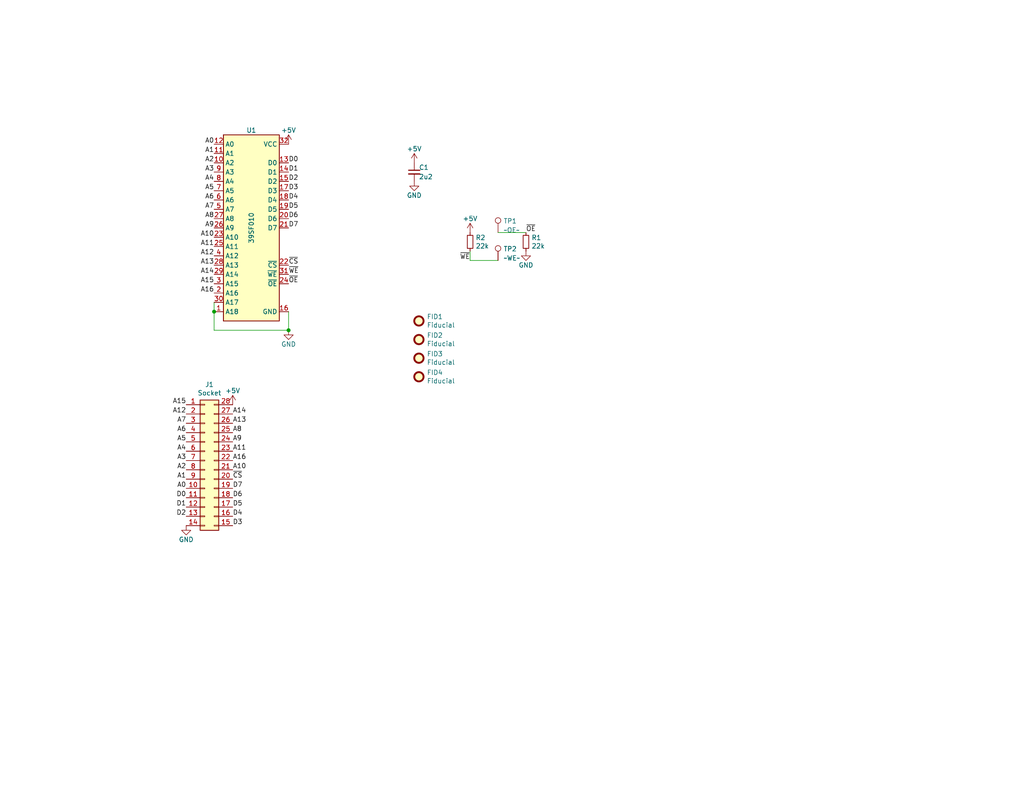
<source format=kicad_sch>
(kicad_sch (version 20211123) (generator eeschema)
  (paper "USLetter")
  (title_block (title "GW28R8128") (date "2019-07-23") (rev "1.0") (company "Garrett's Workshop"))
  (lib_symbols
    (symbol "Connector:TestPoint" (pin_numbers hide) (pin_names (offset 0.762) hide)
      (property "Reference" "TP" (at 0 6.858 0))
      (property "Value" "TestPoint" (at 0 5.08 0))
      (symbol "TestPoint_0_1"
        (circle (center 0 3.302) (radius 0.762))
      )
      (symbol "TestPoint_1_1"
        (pin passive line (at 0 0 90) (length 2.54) (name "1") (number "1"))
      )
    )
    (symbol "Connector_Generic:Conn_02x14_Counter_Clockwise" (pin_names (offset 1.016) hide)
      (property "Reference" "J" (at 1.27 17.78 0))
      (property "Value" "Conn_02x14_Counter_Clockwise" (at 1.27 -20.32 0))
      (symbol "Conn_02x14_Counter_Clockwise_1_1"
        (rectangle (start -1.27 -17.653) (end 0 -17.907) (stroke (width 0.1524)))
        (rectangle (start -1.27 -15.113) (end 0 -15.367) (stroke (width 0.1524)))
        (rectangle (start -1.27 -12.573) (end 0 -12.827) (stroke (width 0.1524)))
        (rectangle (start -1.27 -10.033) (end 0 -10.287) (stroke (width 0.1524)))
        (rectangle (start -1.27 -7.493) (end 0 -7.747) (stroke (width 0.1524)))
        (rectangle (start -1.27 -4.953) (end 0 -5.207) (stroke (width 0.1524)))
        (rectangle (start -1.27 -2.413) (end 0 -2.667) (stroke (width 0.1524)))
        (rectangle (start -1.27 0.127) (end 0 -0.127) (stroke (width 0.1524)))
        (rectangle (start -1.27 2.667) (end 0 2.413) (stroke (width 0.1524)))
        (rectangle (start -1.27 5.207) (end 0 4.953) (stroke (width 0.1524)))
        (rectangle (start -1.27 7.747) (end 0 7.493) (stroke (width 0.1524)))
        (rectangle (start -1.27 10.287) (end 0 10.033) (stroke (width 0.1524)))
        (rectangle (start -1.27 12.827) (end 0 12.573) (stroke (width 0.1524)))
        (rectangle (start -1.27 15.367) (end 0 15.113) (stroke (width 0.1524)))
        (rectangle (start -1.27 16.51) (end 3.81 -19.05) (stroke (width 0.254)) (fill (type background)))
        (rectangle (start 3.81 -17.653) (end 2.54 -17.907) (stroke (width 0.1524)))
        (rectangle (start 3.81 -15.113) (end 2.54 -15.367) (stroke (width 0.1524)))
        (rectangle (start 3.81 -12.573) (end 2.54 -12.827) (stroke (width 0.1524)))
        (rectangle (start 3.81 -10.033) (end 2.54 -10.287) (stroke (width 0.1524)))
        (rectangle (start 3.81 -7.493) (end 2.54 -7.747) (stroke (width 0.1524)))
        (rectangle (start 3.81 -4.953) (end 2.54 -5.207) (stroke (width 0.1524)))
        (rectangle (start 3.81 -2.413) (end 2.54 -2.667) (stroke (width 0.1524)))
        (rectangle (start 3.81 0.127) (end 2.54 -0.127) (stroke (width 0.1524)))
        (rectangle (start 3.81 2.667) (end 2.54 2.413) (stroke (width 0.1524)))
        (rectangle (start 3.81 5.207) (end 2.54 4.953) (stroke (width 0.1524)))
        (rectangle (start 3.81 7.747) (end 2.54 7.493) (stroke (width 0.1524)))
        (rectangle (start 3.81 10.287) (end 2.54 10.033) (stroke (width 0.1524)))
        (rectangle (start 3.81 12.827) (end 2.54 12.573) (stroke (width 0.1524)))
        (rectangle (start 3.81 15.367) (end 2.54 15.113) (stroke (width 0.1524)))
        (pin passive line (at -5.08 15.24 0) (length 3.81) (name "Pin_1") (number "1"))
        (pin passive line (at -5.08 -7.62 0) (length 3.81) (name "Pin_10") (number "10"))
        (pin passive line (at -5.08 -10.16 0) (length 3.81) (name "Pin_11") (number "11"))
        (pin passive line (at -5.08 -12.7 0) (length 3.81) (name "Pin_12") (number "12"))
        (pin passive line (at -5.08 -15.24 0) (length 3.81) (name "Pin_13") (number "13"))
        (pin passive line (at -5.08 -17.78 0) (length 3.81) (name "Pin_14") (number "14"))
        (pin passive line (at 7.62 -17.78 180) (length 3.81) (name "Pin_15") (number "15"))
        (pin passive line (at 7.62 -15.24 180) (length 3.81) (name "Pin_16") (number "16"))
        (pin passive line (at 7.62 -12.7 180) (length 3.81) (name "Pin_17") (number "17"))
        (pin passive line (at 7.62 -10.16 180) (length 3.81) (name "Pin_18") (number "18"))
        (pin passive line (at 7.62 -7.62 180) (length 3.81) (name "Pin_19") (number "19"))
        (pin passive line (at -5.08 12.7 0) (length 3.81) (name "Pin_2") (number "2"))
        (pin passive line (at 7.62 -5.08 180) (length 3.81) (name "Pin_20") (number "20"))
        (pin passive line (at 7.62 -2.54 180) (length 3.81) (name "Pin_21") (number "21"))
        (pin passive line (at 7.62 0 180) (length 3.81) (name "Pin_22") (number "22"))
        (pin passive line (at 7.62 2.54 180) (length 3.81) (name "Pin_23") (number "23"))
        (pin passive line (at 7.62 5.08 180) (length 3.81) (name "Pin_24") (number "24"))
        (pin passive line (at 7.62 7.62 180) (length 3.81) (name "Pin_25") (number "25"))
        (pin passive line (at 7.62 10.16 180) (length 3.81) (name "Pin_26") (number "26"))
        (pin passive line (at 7.62 12.7 180) (length 3.81) (name "Pin_27") (number "27"))
        (pin passive line (at 7.62 15.24 180) (length 3.81) (name "Pin_28") (number "28"))
        (pin passive line (at -5.08 10.16 0) (length 3.81) (name "Pin_3") (number "3"))
        (pin passive line (at -5.08 7.62 0) (length 3.81) (name "Pin_4") (number "4"))
        (pin passive line (at -5.08 5.08 0) (length 3.81) (name "Pin_5") (number "5"))
        (pin passive line (at -5.08 2.54 0) (length 3.81) (name "Pin_6") (number "6"))
        (pin passive line (at -5.08 0 0) (length 3.81) (name "Pin_7") (number "7"))
        (pin passive line (at -5.08 -2.54 0) (length 3.81) (name "Pin_8") (number "8"))
        (pin passive line (at -5.08 -5.08 0) (length 3.81) (name "Pin_9") (number "9"))
      )
    )
    (symbol "Device:C_Small" (pin_numbers hide) (pin_names (offset 0.254) hide)
      (property "Reference" "C" (at 0.254 1.778 0))
      (property "Value" "C_Small" (at 0.254 -2.032 0))
      (symbol "C_Small_0_1"
        (polyline (pts (xy -1.524 -0.508) (xy 1.524 -0.508)) (stroke (width 0.3302)))
        (polyline (pts (xy -1.524 0.508) (xy 1.524 0.508)) (stroke (width 0.3048)))
      )
      (symbol "C_Small_1_1"
        (pin passive line (at 0 2.54 270) (length 2.032) (name "~") (number "1"))
        (pin passive line (at 0 -2.54 90) (length 2.032) (name "~") (number "2"))
      )
    )
    (symbol "Device:R_Small" (pin_numbers hide) (pin_names (offset 0.254) hide)
      (property "Reference" "R" (at 0.762 0.508 0))
      (property "Value" "R_Small" (at 0.762 -1.016 0))
      (symbol "R_Small_0_1"
        (rectangle (start -0.762 1.778) (end 0.762 -1.778) (stroke (width 0.2032)))
      )
      (symbol "R_Small_1_1"
        (pin passive line (at 0 2.54 270) (length 0.762) (name "~") (number "1"))
        (pin passive line (at 0 -2.54 90) (length 0.762) (name "~") (number "2"))
      )
    )
    (symbol "GW_RAM:Flash-512Kx8-PLCC-32"
      (property "Reference" "U" (at 0 26.67 0))
      (property "Value" "Flash-512Kx8-PLCC-32" (at 0 0 90))
      (symbol "Flash-512Kx8-PLCC-32_0_0"
        (pin power_in line (at 10.16 -22.86 180) (length 2.54) (name "GND") (number "16"))
        (pin power_in line (at 10.16 22.86 180) (length 2.54) (name "VCC") (number "32"))
      )
      (symbol "Flash-512Kx8-PLCC-32_0_1"
        (rectangle (start -7.62 25.4) (end 7.62 -25.4) (stroke (width 0.254)) (fill (type background)))
      )
      (symbol "Flash-512Kx8-PLCC-32_1_1"
        (pin input line (at -10.16 -22.86 0) (length 2.54) (name "A18") (number "1"))
        (pin input line (at -10.16 17.78 0) (length 2.54) (name "A2") (number "10"))
        (pin input line (at -10.16 20.32 0) (length 2.54) (name "A1") (number "11"))
        (pin input line (at -10.16 22.86 0) (length 2.54) (name "A0") (number "12"))
        (pin bidirectional line (at 10.16 17.78 180) (length 2.54) (name "D0") (number "13"))
        (pin bidirectional line (at 10.16 15.24 180) (length 2.54) (name "D1") (number "14"))
        (pin bidirectional line (at 10.16 12.7 180) (length 2.54) (name "D2") (number "15"))
        (pin bidirectional line (at 10.16 10.16 180) (length 2.54) (name "D3") (number "17"))
        (pin bidirectional line (at 10.16 7.62 180) (length 2.54) (name "D4") (number "18"))
        (pin bidirectional line (at 10.16 5.08 180) (length 2.54) (name "D5") (number "19"))
        (pin input line (at -10.16 -17.78 0) (length 2.54) (name "A16") (number "2"))
        (pin bidirectional line (at 10.16 2.54 180) (length 2.54) (name "D6") (number "20"))
        (pin bidirectional line (at 10.16 0 180) (length 2.54) (name "D7") (number "21"))
        (pin input line (at 10.16 -10.16 180) (length 2.54) (name "~{CS}") (number "22"))
        (pin input line (at -10.16 -2.54 0) (length 2.54) (name "A10") (number "23"))
        (pin input line (at 10.16 -15.24 180) (length 2.54) (name "~{OE}") (number "24"))
        (pin input line (at -10.16 -5.08 0) (length 2.54) (name "A11") (number "25"))
        (pin input line (at -10.16 0 0) (length 2.54) (name "A9") (number "26"))
        (pin input line (at -10.16 2.54 0) (length 2.54) (name "A8") (number "27"))
        (pin input line (at -10.16 -10.16 0) (length 2.54) (name "A13") (number "28"))
        (pin input line (at -10.16 -12.7 0) (length 2.54) (name "A14") (number "29"))
        (pin input line (at -10.16 -15.24 0) (length 2.54) (name "A15") (number "3"))
        (pin input line (at -10.16 -20.32 0) (length 2.54) (name "A17") (number "30"))
        (pin input line (at 10.16 -12.7 180) (length 2.54) (name "~{WE}") (number "31"))
        (pin input line (at -10.16 -7.62 0) (length 2.54) (name "A12") (number "4"))
        (pin input line (at -10.16 5.08 0) (length 2.54) (name "A7") (number "5"))
        (pin input line (at -10.16 7.62 0) (length 2.54) (name "A6") (number "6"))
        (pin input line (at -10.16 10.16 0) (length 2.54) (name "A5") (number "7"))
        (pin input line (at -10.16 12.7 0) (length 2.54) (name "A4") (number "8"))
        (pin input line (at -10.16 15.24 0) (length 2.54) (name "A3") (number "9"))
      )
    )
    (symbol "Mechanical:Fiducial"
      (property "Reference" "FID" (at 0 5.08 0))
      (property "Value" "Fiducial" (at 0 3.175 0))
      (symbol "Fiducial_0_1"
        (circle (center 0 0) (radius 1.27) (stroke (width 0.508)) (fill (type background)))
      )
    )
    (symbol "power:+5V" (power) (pin_names (offset 0))
      (property "Value" "+5V" (at 0 3.556 0))
      (symbol "+5V_0_1"
        (polyline (pts (xy -0.762 1.27) (xy 0 2.54)))
        (polyline (pts (xy 0 0) (xy 0 2.54)))
        (polyline (pts (xy 0 2.54) (xy 0.762 1.27)))
      )
      (symbol "+5V_1_1"
        (pin power_in line (at 0 0 90) (length 0) hide (name "+5V") (number "1"))
      )
    )
    (symbol "power:GND" (power) (pin_names (offset 0))
      (property "Value" "GND" (at 0 -3.81 0))
      (symbol "GND_0_1"
        (polyline (pts (xy 0 0) (xy 0 -1.27) (xy 1.27 -1.27) (xy 0 -2.54) (xy -1.27 -1.27) (xy 0 -1.27)))
      )
      (symbol "GND_1_1"
        (pin power_in line (at 0 0 270) (length 0) hide (name "GND") (number "1"))
      )
    )
  )
  (junction (at 78.74 90.17))
  (junction (at 58.42 85.09))
  (wire (pts (xy 135.89 71.12) (xy 128.27 71.12)))
  (wire (pts (xy 128.27 71.12) (xy 128.27 68.58)))
  (wire (pts (xy 58.42 82.55) (xy 58.42 85.09)))
  (wire (pts (xy 58.42 90.17) (xy 78.74 90.17)))
  (wire (pts (xy 58.42 85.09) (xy 58.42 90.17)))
  (wire (pts (xy 78.74 90.17) (xy 78.74 85.09)))
  (wire (pts (xy 143.51 63.5) (xy 135.89 63.5)))
  (label "A8" (at 63.5 118.11 0))
  (label "A7" (at 50.8 115.57 180))
  (label "A5" (at 58.42 52.07 180))
  (label "A13" (at 63.5 115.57 0))
  (label "D1" (at 50.8 138.43 180))
  (label "D5" (at 63.5 138.43 0))
  (label "A2" (at 50.8 128.27 180))
  (label "A13" (at 58.42 72.39 180))
  (label "D5" (at 78.74 57.15 0))
  (label "D0" (at 78.74 44.45 0))
  (label "D3" (at 78.74 52.07 0))
  (label "A4" (at 58.42 49.53 180))
  (label "A14" (at 58.42 74.93 180))
  (label "~{OE}" (at 78.74 77.47 0))
  (label "D6" (at 63.5 135.89 0))
  (label "~{CS}" (at 63.5 130.81 0))
  (label "A3" (at 50.8 125.73 180))
  (label "D0" (at 50.8 135.89 180))
  (label "D7" (at 78.74 62.23 0))
  (label "A10" (at 58.42 64.77 180))
  (label "~{OE}" (at 143.51 63.5 0))
  (label "A6" (at 58.42 54.61 180))
  (label "A7" (at 58.42 57.15 180))
  (label "~{CS}" (at 78.74 72.39 0))
  (label "D1" (at 78.74 46.99 0))
  (label "D2" (at 50.8 140.97 180))
  (label "A6" (at 50.8 118.11 180))
  (label "A1" (at 50.8 130.81 180))
  (label "D4" (at 63.5 140.97 0))
  (label "~{WE}" (at 128.27 71.12 180))
  (label "A12" (at 50.8 113.03 180))
  (label "A15" (at 50.8 110.49 180))
  (label "A11" (at 63.5 123.19 0))
  (label "A10" (at 63.5 128.27 0))
  (label "A0" (at 58.42 39.37 180))
  (label "A1" (at 58.42 41.91 180))
  (label "A15" (at 58.42 77.47 180))
  (label "A0" (at 50.8 133.35 180))
  (label "D7" (at 63.5 133.35 0))
  (label "A12" (at 58.42 69.85 180))
  (label "D3" (at 63.5 143.51 0))
  (label "A4" (at 50.8 123.19 180))
  (label "A16" (at 63.5 125.73 0))
  (label "A2" (at 58.42 44.45 180))
  (label "A5" (at 50.8 120.65 180))
  (label "A16" (at 58.42 80.01 180))
  (label "A8" (at 58.42 59.69 180))
  (label "D2" (at 78.74 49.53 0))
  (label "A9" (at 58.42 62.23 180))
  (label "D6" (at 78.74 59.69 0))
  (label "A9" (at 63.5 120.65 0))
  (label "D4" (at 78.74 54.61 0))
  (label "~{WE}" (at 78.74 74.93 0))
  (label "A11" (at 58.42 67.31 180))
  (label "A14" (at 63.5 113.03 0))
  (label "A3" (at 58.42 46.99 180))
  (symbol (lib_id "Device:C_Small") (at 113.03 46.99 0) (unit 1)
    (property "Reference" "C1" (at 114.3 45.72 0) (effects (justify left)))
    (property "Value" "2u2" (at 114.3 48.26 0) (effects (justify left)))
    (property "Footprint" "stdpads:C_0805" (effects hide))
  )
  (symbol (lib_id "power:+5V") (at 78.74 39.37 0) (unit 1)
    (property "Reference" "#PWR0101" (effects hide))
    (property "Value" "+5V" (at 78.74 35.56 0))
  )
  (symbol (lib_id "power:GND") (at 113.03 49.53 0) (unit 1)
    (property "Reference" "#PWR0110" (effects hide))
    (property "Value" "GND" (at 113.03 53.34 0))
  )
  (symbol (lib_id "power:GND") (at 78.74 90.17 0) (unit 1)
    (property "Reference" "#PWR0103" (effects hide))
    (property "Value" "GND" (at 78.74 93.98 0))
  )
  (symbol (lib_id "Mechanical:Fiducial") (at 114.3 87.63 0) (unit 1)
    (property "Reference" "FID1" (at 116.459 86.4616 0) (effects (justify left)))
    (property "Value" "Fiducial" (at 116.459 88.773 0) (effects (justify left)))
    (property "Footprint" "stdpads:Fiducial" (effects hide))
  )
  (symbol (lib_id "Mechanical:Fiducial") (at 114.3 92.71 0) (unit 1)
    (property "Reference" "FID2" (at 116.459 91.5416 0) (effects (justify left)))
    (property "Value" "Fiducial" (at 116.459 93.853 0) (effects (justify left)))
    (property "Footprint" "stdpads:Fiducial" (effects hide))
  )
  (symbol (lib_id "Mechanical:Fiducial") (at 114.3 97.79 0) (unit 1)
    (property "Reference" "FID3" (at 116.459 96.6216 0) (effects (justify left)))
    (property "Value" "Fiducial" (at 116.459 98.933 0) (effects (justify left)))
    (property "Footprint" "stdpads:Fiducial" (effects hide))
  )
  (symbol (lib_id "Device:R_Small") (at 128.27 66.04 0) (unit 1)
    (property "Reference" "R2" (at 129.7686 64.8716 0) (effects (justify left)))
    (property "Value" "22k" (at 129.7686 67.183 0) (effects (justify left)))
    (property "Footprint" "stdpads:R_0805" (effects hide))
  )
  (symbol (lib_id "power:+5V") (at 128.27 63.5 0) (unit 1)
    (property "Reference" "#PWR0102" (effects hide))
    (property "Value" "+5V" (at 128.27 59.69 0))
  )
  (symbol (lib_id "Device:R_Small") (at 143.51 66.04 0) (unit 1)
    (property "Reference" "R1" (at 145.0086 64.8716 0) (effects (justify left)))
    (property "Value" "22k" (at 145.0086 67.183 0) (effects (justify left)))
    (property "Footprint" "stdpads:R_0805" (effects hide))
  )
  (symbol (lib_id "power:GND") (at 143.51 68.58 0) (unit 1)
    (property "Reference" "#PWR0106" (effects hide))
    (property "Value" "GND" (at 143.51 72.39 0))
  )
  (symbol (lib_id "Connector_Generic:Conn_02x14_Counter_Clockwise") (at 55.88 125.73 0) (unit 1)
    (property "Reference" "J1" (at 57.15 104.9782 0))
    (property "Value" "Socket" (at 57.15 107.2896 0))
    (property "Footprint" "stdpads:DIP-28_W15.24mm_Socket_Inverse_Forked" (effects hide))
  )
  (symbol (lib_id "power:GND") (at 50.8 143.51 0) (unit 1)
    (property "Reference" "#PWR0104" (effects hide))
    (property "Value" "GND" (at 50.8 147.32 0))
  )
  (symbol (lib_id "power:+5V") (at 63.5 110.49 0) (unit 1)
    (property "Reference" "#PWR0105" (effects hide))
    (property "Value" "+5V" (at 63.5 106.68 0))
  )
  (symbol (lib_id "GW_RAM:Flash-512Kx8-PLCC-32") (at 68.58 62.23 0) (unit 1)
    (property "Reference" "U1" (at 68.58 35.56 0))
    (property "Value" "39SF010" (at 68.58 62.23 90))
    (property "Footprint" "stdpads:PLCC-32" (effects hide))
    (property "Datasheet" "http://ww1.microchip.com/downloads/en/DeviceDoc/25022B.pdf" (effects hide))
  )
  (symbol (lib_id "Connector:TestPoint") (at 135.89 63.5 0) (unit 1)
    (property "Reference" "TP1" (at 137.3632 60.3504 0) (effects (justify left)))
    (property "Value" "~OE~" (at 137.3632 62.8396 0) (effects (justify left)))
    (property "Footprint" "stdpads:Tyco_RCU_0603_Paste" (effects hide))
  )
  (symbol (lib_id "Connector:TestPoint") (at 135.89 71.12 0) (unit 1)
    (property "Reference" "TP2" (at 137.3632 67.9704 0) (effects (justify left)))
    (property "Value" "~WE~" (at 137.3632 70.4596 0) (effects (justify left)))
    (property "Footprint" "stdpads:Tyco_RCU_0603_Paste" (effects hide))
  )
  (symbol (lib_id "Mechanical:Fiducial") (at 114.3 102.87 0) (unit 1)
    (property "Reference" "FID4" (at 116.459 101.7016 0) (effects (justify left)))
    (property "Value" "Fiducial" (at 116.459 104.013 0) (effects (justify left)))
    (property "Footprint" "stdpads:Fiducial" (effects hide))
  )
  (symbol (lib_id "power:+5V") (at 113.03 44.45 0) (unit 1)
    (property "Reference" "#PWR0120" (effects hide))
    (property "Value" "+5V" (at 113.03 40.64 0))
  )
)
</source>
